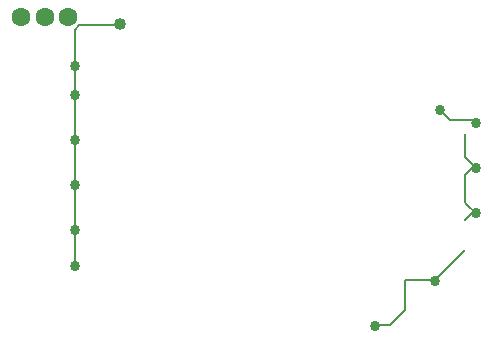
<source format=gbl>
G75*
%MOIN*%
%OFA0B0*%
%FSLAX25Y25*%
%IPPOS*%
%LPD*%
%AMOC8*
5,1,8,0,0,1.08239X$1,22.5*
%
%ADD10C,0.06299*%
%ADD11C,0.03378*%
%ADD12C,0.00600*%
%ADD13C,0.00800*%
%ADD14C,0.04000*%
D10*
X0026059Y0156768D03*
X0033933Y0156768D03*
X0041807Y0156768D03*
D11*
X0044081Y0073785D03*
X0044081Y0085785D03*
X0044081Y0100785D03*
X0044081Y0115785D03*
X0044081Y0130785D03*
X0043933Y0140433D03*
X0165581Y0125785D03*
X0177730Y0121433D03*
X0177581Y0106285D03*
X0177581Y0091285D03*
X0164081Y0068785D03*
X0144081Y0053785D03*
D12*
X0143933Y0053933D01*
X0148933Y0053933D01*
X0153933Y0058933D01*
X0153933Y0068933D01*
X0163933Y0068933D01*
X0164081Y0068785D01*
X0163933Y0068933D02*
X0173933Y0078933D01*
X0177581Y0091285D02*
X0174433Y0094433D01*
X0177581Y0106285D02*
X0173933Y0109933D01*
X0044081Y0130785D02*
X0043933Y0130933D01*
X0043933Y0140433D01*
D13*
X0043933Y0152433D01*
X0045433Y0153933D01*
X0058933Y0153933D01*
X0058933Y0154533D01*
X0044081Y0130785D02*
X0044081Y0115785D01*
X0044081Y0100785D01*
X0044081Y0085785D01*
X0044081Y0073785D01*
X0165581Y0125785D02*
X0168933Y0122433D01*
X0176730Y0122433D01*
X0177730Y0121433D01*
X0173933Y0117636D02*
X0173933Y0109933D01*
X0176285Y0106285D02*
X0173933Y0103933D01*
X0173933Y0094933D01*
X0174433Y0094433D01*
X0176285Y0091285D02*
X0173933Y0088933D01*
X0176285Y0091285D02*
X0177581Y0091285D01*
X0177581Y0106285D02*
X0176285Y0106285D01*
D14*
X0058933Y0154533D03*
M02*

</source>
